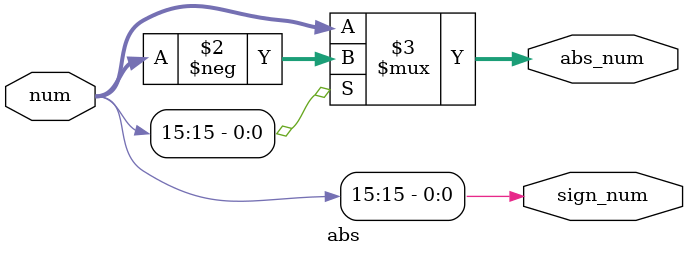
<source format=v>
`timescale 1ns / 1ps


module abs(
    input [15:0] num,
    output [15:0] abs_num,
    output sign_num
    );
    
    assign sign_num = num[15];
    assign abs_num = (sign_num == 1 ? -num : num);
endmodule

</source>
